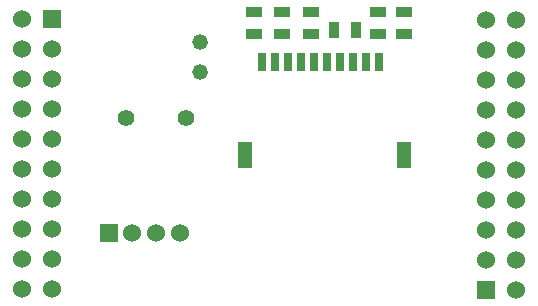
<source format=gbs>
G04 (created by PCBNEW (2013-may-18)-stable) date Ср 27 май 2015 10:34:21*
%MOIN*%
G04 Gerber Fmt 3.4, Leading zero omitted, Abs format*
%FSLAX34Y34*%
G01*
G70*
G90*
G04 APERTURE LIST*
%ADD10C,0.00590551*%
%ADD11R,0.055X0.035*%
%ADD12R,0.035X0.055*%
%ADD13R,0.06X0.06*%
%ADD14C,0.06*%
%ADD15C,0.056*%
%ADD16C,0.052*%
%ADD17R,0.026X0.062*%
%ADD18R,0.046X0.086*%
G04 APERTURE END LIST*
G54D10*
G54D11*
X34921Y-19272D03*
X34921Y-18522D03*
X37165Y-19272D03*
X37165Y-18522D03*
X38031Y-19272D03*
X38031Y-18522D03*
X33031Y-19272D03*
X33031Y-18522D03*
X33976Y-19272D03*
X33976Y-18522D03*
G54D12*
X36437Y-19133D03*
X35687Y-19133D03*
G54D13*
X26287Y-18751D03*
G54D14*
X25287Y-18751D03*
X26287Y-19751D03*
X25287Y-19751D03*
X26287Y-20751D03*
X25287Y-20751D03*
X26287Y-21751D03*
X25287Y-21751D03*
X26287Y-22751D03*
X25287Y-22751D03*
X26287Y-23751D03*
X25287Y-23751D03*
X26287Y-24751D03*
X25287Y-24751D03*
X26287Y-25751D03*
X25287Y-25751D03*
X26287Y-26751D03*
X25287Y-26751D03*
X26287Y-27751D03*
X25287Y-27751D03*
G54D13*
X40759Y-27783D03*
G54D14*
X41759Y-27783D03*
X40759Y-26783D03*
X41759Y-26783D03*
X40759Y-25783D03*
X41759Y-25783D03*
X40759Y-24783D03*
X41759Y-24783D03*
X40759Y-23783D03*
X41759Y-23783D03*
X40759Y-22783D03*
X41759Y-22783D03*
X40759Y-21783D03*
X41759Y-21783D03*
X40759Y-20783D03*
X41759Y-20783D03*
X40759Y-19783D03*
X41759Y-19783D03*
X40759Y-18783D03*
X41759Y-18783D03*
G54D13*
X28188Y-25905D03*
G54D14*
X28976Y-25905D03*
X29763Y-25905D03*
X30551Y-25905D03*
G54D15*
X28763Y-22047D03*
X30763Y-22047D03*
G54D16*
X31220Y-19539D03*
X31220Y-20539D03*
G54D17*
X33289Y-20196D03*
X34159Y-20196D03*
X34589Y-20196D03*
X35019Y-20196D03*
X35459Y-20196D03*
X35889Y-20196D03*
X36319Y-20196D03*
X36759Y-20196D03*
X37189Y-20196D03*
X33733Y-20196D03*
G54D18*
X32739Y-23296D03*
X38039Y-23296D03*
M02*

</source>
